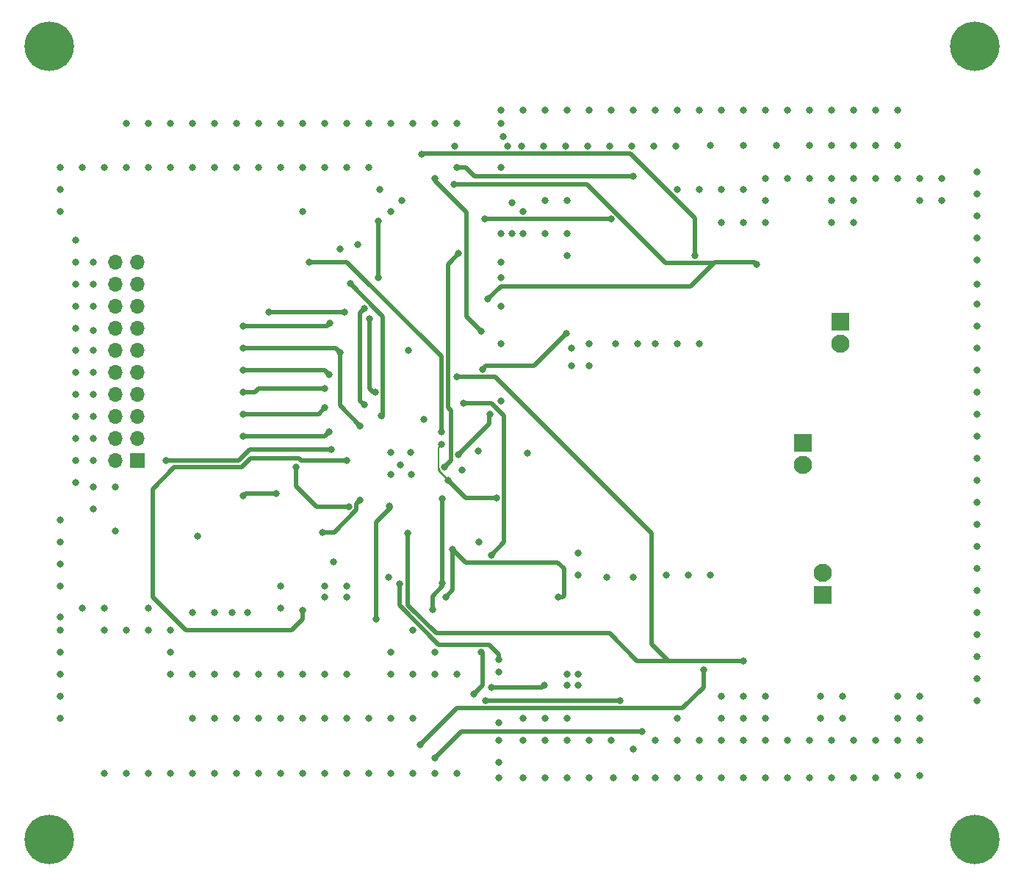
<source format=gbl>
%TF.GenerationSoftware,KiCad,Pcbnew,(5.1.6)-1*%
%TF.CreationDate,2020-10-29T17:58:23+05:30*%
%TF.ProjectId,LTC3884,4c544333-3838-4342-9e6b-696361645f70,rev?*%
%TF.SameCoordinates,Original*%
%TF.FileFunction,Copper,L4,Bot*%
%TF.FilePolarity,Positive*%
%FSLAX46Y46*%
G04 Gerber Fmt 4.6, Leading zero omitted, Abs format (unit mm)*
G04 Created by KiCad (PCBNEW (5.1.6)-1) date 2020-10-29 17:58:23*
%MOMM*%
%LPD*%
G01*
G04 APERTURE LIST*
%TA.AperFunction,ComponentPad*%
%ADD10C,5.700000*%
%TD*%
%TA.AperFunction,ComponentPad*%
%ADD11R,2.100000X2.100000*%
%TD*%
%TA.AperFunction,ComponentPad*%
%ADD12C,2.100000*%
%TD*%
%TA.AperFunction,ComponentPad*%
%ADD13R,1.700000X1.700000*%
%TD*%
%TA.AperFunction,ComponentPad*%
%ADD14O,1.700000X1.700000*%
%TD*%
%TA.AperFunction,ViaPad*%
%ADD15C,0.800000*%
%TD*%
%TA.AperFunction,Conductor*%
%ADD16C,0.500000*%
%TD*%
%TA.AperFunction,Conductor*%
%ADD17C,0.200000*%
%TD*%
%TA.AperFunction,Conductor*%
%ADD18C,0.250000*%
%TD*%
%TA.AperFunction,Conductor*%
%ADD19C,0.300000*%
%TD*%
G04 APERTURE END LIST*
D10*
%TO.P,REF\u002A\u002A,1*%
%TO.N,N/C*%
X130810000Y-158750000D03*
%TD*%
%TO.P,REF\u002A\u002A,1*%
%TO.N,N/C*%
X237490000Y-158750000D03*
%TD*%
%TO.P,REF\u002A\u002A,1*%
%TO.N,N/C*%
X130810000Y-67310000D03*
%TD*%
%TO.P,REF\u002A\u002A,1*%
%TO.N,N/C*%
X237490000Y-67310000D03*
%TD*%
D11*
%TO.P,J1,1*%
%TO.N,/VIN*%
X217678000Y-113030000D03*
D12*
%TO.P,J1,2*%
%TO.N,/PGND*%
X217678000Y-115570000D03*
%TD*%
D11*
%TO.P,J2,1*%
%TO.N,/V0*%
X221996000Y-99060000D03*
D12*
%TO.P,J2,2*%
%TO.N,/PGND*%
X221996000Y-101600000D03*
%TD*%
D13*
%TO.P,J3,1*%
%TO.N,/RUN1*%
X140970000Y-115062000D03*
D14*
%TO.P,J3,2*%
%TO.N,GND*%
X138430000Y-115062000D03*
%TO.P,J3,3*%
%TO.N,/RUN0*%
X140970000Y-112522000D03*
%TO.P,J3,4*%
%TO.N,GND*%
X138430000Y-112522000D03*
%TO.P,J3,5*%
%TO.N,/FAULT1*%
X140970000Y-109982000D03*
%TO.P,J3,6*%
%TO.N,GND*%
X138430000Y-109982000D03*
%TO.P,J3,7*%
%TO.N,/FAULT0*%
X140970000Y-107442000D03*
%TO.P,J3,8*%
%TO.N,GND*%
X138430000Y-107442000D03*
%TO.P,J3,9*%
%TO.N,/ALERT*%
X140970000Y-104902000D03*
%TO.P,J3,10*%
%TO.N,GND*%
X138430000Y-104902000D03*
%TO.P,J3,11*%
%TO.N,/SDA*%
X140970000Y-102362000D03*
%TO.P,J3,12*%
%TO.N,GND*%
X138430000Y-102362000D03*
%TO.P,J3,13*%
%TO.N,/SCL*%
X140970000Y-99822000D03*
%TO.P,J3,14*%
%TO.N,GND*%
X138430000Y-99822000D03*
%TO.P,J3,15*%
%TO.N,/SYNC*%
X140970000Y-97282000D03*
%TO.P,J3,16*%
%TO.N,GND*%
X138430000Y-97282000D03*
%TO.P,J3,17*%
%TO.N,/PGOOD0*%
X140970000Y-94742000D03*
%TO.P,J3,18*%
%TO.N,GND*%
X138430000Y-94742000D03*
%TO.P,J3,19*%
%TO.N,/PGOOD1*%
X140970000Y-92202000D03*
%TO.P,J3,20*%
%TO.N,GND*%
X138430000Y-92202000D03*
%TD*%
D12*
%TO.P,J4,2*%
%TO.N,/PGND*%
X219964000Y-128016000D03*
D11*
%TO.P,J4,1*%
%TO.N,/V1*%
X219964000Y-130556000D03*
%TD*%
D15*
%TO.N,GND*%
X170180000Y-114173000D03*
X172466000Y-114173000D03*
X172593000Y-116713000D03*
X170180000Y-116713000D03*
X171323000Y-115570000D03*
X169926000Y-128524000D03*
X177546000Y-78867000D03*
X180238400Y-113995200D03*
X135890000Y-92202000D03*
X135890000Y-94742000D03*
X135890000Y-97282000D03*
X135890000Y-100076000D03*
X135890000Y-102362000D03*
X135890000Y-104902000D03*
X135890000Y-107442000D03*
X135890000Y-109982000D03*
X135890000Y-112522000D03*
X135890000Y-115062000D03*
X153670000Y-132588000D03*
X177800000Y-76200000D03*
X175260000Y-76200000D03*
X172720000Y-76200000D03*
X170180000Y-76200000D03*
X167640000Y-76200000D03*
X165100000Y-76200000D03*
X162560000Y-76200000D03*
X160020000Y-76200000D03*
X157480000Y-76200000D03*
X154940000Y-76200000D03*
X152400000Y-76200000D03*
X149860000Y-76200000D03*
X147320000Y-76200000D03*
X142240000Y-76200000D03*
X144780000Y-76200000D03*
X139700000Y-76200000D03*
X132080000Y-81280000D03*
X133858000Y-89662000D03*
X132080000Y-86360000D03*
X133858000Y-92202000D03*
X133858000Y-94742000D03*
X133858000Y-97282000D03*
X133858000Y-99822000D03*
X133858000Y-102362000D03*
X133858000Y-104902000D03*
X133858000Y-107442000D03*
X133858000Y-109982000D03*
X133858000Y-112522000D03*
X133858000Y-115062000D03*
X133858000Y-117602000D03*
X132080000Y-121920000D03*
X132080000Y-124460000D03*
X132080000Y-127000000D03*
X132080000Y-129540000D03*
X132080000Y-133096000D03*
X132080000Y-134620000D03*
X132080000Y-137160000D03*
X132080000Y-139700000D03*
X132080000Y-142240000D03*
X132080000Y-144780000D03*
X137160000Y-151130000D03*
X139700000Y-151130000D03*
X142240000Y-151130000D03*
X144780000Y-151130000D03*
X147320000Y-151130000D03*
X149860000Y-151130000D03*
X152400000Y-151130000D03*
X154940000Y-151130000D03*
X157480000Y-151130000D03*
X160020000Y-151130000D03*
X162560000Y-151130000D03*
X165100000Y-151130000D03*
X167640000Y-151130000D03*
X170180000Y-151130000D03*
X172720000Y-151130000D03*
X175260000Y-151130000D03*
X177800000Y-151130000D03*
X147955000Y-123825000D03*
X163576000Y-126746000D03*
X135890000Y-118110000D03*
X135890000Y-120650000D03*
X138430000Y-123190000D03*
X138430000Y-118110000D03*
X137160000Y-132080000D03*
X134620000Y-132080000D03*
X137160000Y-134620000D03*
X139700000Y-134620000D03*
X142240000Y-132080000D03*
X142240000Y-134620000D03*
X144780000Y-139700000D03*
X144780000Y-137160000D03*
X144780000Y-134620000D03*
X147320000Y-139700000D03*
X147320000Y-144780000D03*
X149860000Y-144780000D03*
X152400000Y-144780000D03*
X154940000Y-144780000D03*
X157480000Y-144780000D03*
X160020000Y-144780000D03*
X162560000Y-144780000D03*
X165100000Y-144780000D03*
X167640000Y-144780000D03*
X170180000Y-144780000D03*
X172720000Y-144780000D03*
X175260000Y-139700000D03*
X175260000Y-137160000D03*
X177800000Y-139700000D03*
X172720000Y-139700000D03*
X172720000Y-134620000D03*
X170180000Y-137160000D03*
X170180000Y-139700000D03*
X165100000Y-139700000D03*
X162560000Y-139700000D03*
X160020000Y-139700000D03*
X149860000Y-139700000D03*
X152400000Y-139700000D03*
X154940000Y-139700000D03*
X157480000Y-139700000D03*
X175260000Y-149352000D03*
X134620000Y-81280000D03*
X137160000Y-81280000D03*
X142240000Y-81280000D03*
X139700000Y-81280000D03*
X144780000Y-81280000D03*
X147320000Y-81280000D03*
X149860000Y-81280000D03*
X152400000Y-81280000D03*
X154940000Y-81280000D03*
X157480000Y-81280000D03*
X162560000Y-81280000D03*
X160020000Y-81280000D03*
X165100000Y-81280000D03*
X167640000Y-81280000D03*
X170180000Y-86360000D03*
X160020000Y-86360000D03*
X164338000Y-90678000D03*
X177800000Y-81280000D03*
X168910000Y-83820000D03*
X171450000Y-85090000D03*
X166370000Y-90170000D03*
X162560000Y-129540000D03*
X165100000Y-130810000D03*
X165100000Y-129540000D03*
X162560000Y-130810000D03*
X157480000Y-132080000D03*
X157480000Y-129540000D03*
X151892000Y-132588000D03*
X149860000Y-132588000D03*
X147320000Y-132588000D03*
X172212000Y-102425500D03*
X132080000Y-83820000D03*
X199136000Y-146304000D03*
X198120000Y-82296000D03*
X180340000Y-124460000D03*
%TO.N,Net-(C3-Pad1)*%
X181000000Y-87250000D03*
X167120458Y-97547542D03*
X167116418Y-108695428D03*
X195580000Y-87249000D03*
%TO.N,/V0*%
X177500000Y-83250000D03*
X181356000Y-96500000D03*
X212344000Y-92456000D03*
%TO.N,Net-(C5-Pad1)*%
X168750000Y-87500000D03*
X168750000Y-94000000D03*
X167750000Y-98750000D03*
X168402000Y-107188000D03*
%TO.N,/V1*%
X172121600Y-123500000D03*
X177800000Y-105410000D03*
X210820000Y-138176000D03*
%TO.N,/SW0*%
X190449200Y-100482400D03*
X180760000Y-104560000D03*
%TO.N,/VD25*%
X166624000Y-119697500D03*
X162331000Y-123356000D03*
%TO.N,/VD33*%
X165354000Y-120396000D03*
X159258000Y-115824000D03*
%TO.N,Net-(C10-Pad1)*%
X168500000Y-133350000D03*
X170019820Y-120362820D03*
%TO.N,/SW1*%
X181750000Y-126000000D03*
X179750000Y-142000000D03*
X180594000Y-137160000D03*
X178562000Y-108458000D03*
%TO.N,/VIN*%
X176060000Y-113240000D03*
X176784000Y-117348000D03*
X182375001Y-119380000D03*
%TO.N,/TG1*%
X189484000Y-130810000D03*
X176530000Y-130810000D03*
X177310000Y-125320000D03*
%TO.N,/BG1*%
X176108140Y-119500000D03*
X175000000Y-132250000D03*
X187909200Y-140970000D03*
X181750000Y-141250000D03*
X176123600Y-129260600D03*
%TO.N,/Vout1*%
X156972000Y-118872000D03*
X153162000Y-119126000D03*
%TO.N,/ASEL0*%
X165100000Y-115062000D03*
X160020000Y-132334000D03*
%TO.N,/PGOOD0*%
X176000000Y-111750000D03*
X160782000Y-92202000D03*
%TO.N,/SYNC*%
X164899310Y-97990690D03*
X156156690Y-97990690D03*
%TO.N,/SCL*%
X163132000Y-99250000D03*
X153162000Y-99568000D03*
%TO.N,/SDA*%
X166666417Y-111083583D03*
X164338000Y-102616000D03*
X153162000Y-102108000D03*
%TO.N,/ALERT*%
X163068000Y-105156000D03*
X153162000Y-104648000D03*
%TO.N,/FAULT0*%
X162560000Y-106807000D03*
X153162000Y-107188000D03*
%TO.N,/FAULT1*%
X162594000Y-109000000D03*
X153162000Y-109728000D03*
%TO.N,/RUN0*%
X163078000Y-111750000D03*
X153162000Y-112268000D03*
%TO.N,/RUN1*%
X163322000Y-113792000D03*
X144272000Y-115062000D03*
%TO.N,/PGND*%
X174015400Y-110388400D03*
X182880000Y-108204000D03*
X178435000Y-116205000D03*
X171196000Y-129286000D03*
X183642000Y-78867000D03*
X193040000Y-147320000D03*
X195580000Y-147320000D03*
X198120000Y-148336000D03*
X200660000Y-147320000D03*
X190500000Y-147320000D03*
X187960000Y-147320000D03*
X185420000Y-147320000D03*
X185420000Y-144780000D03*
X187960000Y-144780000D03*
X190500000Y-144780000D03*
X203073000Y-78867000D03*
X187833000Y-78867000D03*
X190373000Y-78867000D03*
X192913000Y-78867000D03*
X195453000Y-78867000D03*
X197993000Y-78867000D03*
X200533000Y-78867000D03*
X191008000Y-104140000D03*
X220980000Y-147320000D03*
X218440000Y-147320000D03*
X223520000Y-78740000D03*
X220980000Y-78740000D03*
X218440000Y-78740000D03*
X207010000Y-78740000D03*
X210820000Y-78740000D03*
X214630000Y-78740000D03*
X190500000Y-85090000D03*
X187960000Y-85090000D03*
X187960000Y-88900000D03*
X190500000Y-88900000D03*
X190500000Y-91440000D03*
X191770000Y-125730000D03*
X191770000Y-128270000D03*
X198120000Y-128524000D03*
X195072000Y-128524000D03*
X201930000Y-128270000D03*
X207010000Y-128270000D03*
X204470000Y-128270000D03*
X198628000Y-101600000D03*
X205740000Y-101600000D03*
X203200000Y-101600000D03*
X200660000Y-101600000D03*
X196088000Y-101600000D03*
X193040000Y-101600000D03*
X191008000Y-102108000D03*
X193040000Y-104140000D03*
X203200000Y-147320000D03*
X185420000Y-88900000D03*
X185420000Y-86360000D03*
X185293000Y-78867000D03*
X182880000Y-76200000D03*
X182880000Y-81280000D03*
X182880000Y-88900000D03*
X182880000Y-93980000D03*
X182880000Y-74676000D03*
X185420000Y-74676000D03*
X187960000Y-74676000D03*
X190500000Y-74676000D03*
X195580000Y-74676000D03*
X193040000Y-74676000D03*
X198120000Y-74676000D03*
X200660000Y-74676000D03*
X203200000Y-74676000D03*
X205740000Y-74676000D03*
X208280000Y-74676000D03*
X210820000Y-74676000D03*
X213360000Y-74676000D03*
X215900000Y-74676000D03*
X218440000Y-74676000D03*
X220980000Y-74676000D03*
X223520000Y-74676000D03*
X226060000Y-74676000D03*
X237744000Y-81788000D03*
X237744000Y-84328000D03*
X237744000Y-86868000D03*
X237744000Y-89408000D03*
X237744000Y-91948000D03*
X237744000Y-94742000D03*
X237744000Y-97028000D03*
X237744000Y-99568000D03*
X237744000Y-102108000D03*
X237744000Y-104648000D03*
X237744000Y-107188000D03*
X237744000Y-109728000D03*
X237744000Y-112268000D03*
X237744000Y-114808000D03*
X237744000Y-117348000D03*
X237744000Y-119888000D03*
X237744000Y-122428000D03*
X237744000Y-124968000D03*
X237744000Y-127508000D03*
X237744000Y-130048000D03*
X237744000Y-132588000D03*
X237744000Y-135128000D03*
X237744000Y-137668000D03*
X237744000Y-140208000D03*
X237744000Y-142748000D03*
X226060000Y-151638000D03*
X223520000Y-151638000D03*
X220980000Y-151638000D03*
X218440000Y-151638000D03*
X215900000Y-151638000D03*
X213360000Y-151638000D03*
X210820000Y-151638000D03*
X208280000Y-151638000D03*
X205740000Y-151638000D03*
X203200000Y-151638000D03*
X200660000Y-151638000D03*
X198374000Y-151638000D03*
X195834000Y-151638000D03*
X193040000Y-151638000D03*
X190500000Y-151638000D03*
X187960000Y-151638000D03*
X185420000Y-151638000D03*
X182626000Y-151638000D03*
X182626000Y-149860000D03*
X182626000Y-147320000D03*
X182626000Y-145288000D03*
X182626000Y-139446000D03*
X182626000Y-138074400D03*
X183134000Y-77724000D03*
X184150000Y-85344000D03*
X184150000Y-88900000D03*
X182880000Y-92202000D03*
X182880000Y-97282000D03*
X182880000Y-101600000D03*
X203200000Y-83820000D03*
X205740000Y-83820000D03*
X205740000Y-147320000D03*
X208280000Y-147320000D03*
X210820000Y-147320000D03*
X213360000Y-147320000D03*
X215900000Y-147320000D03*
X208280000Y-144780000D03*
X203200000Y-144780000D03*
X208280000Y-83820000D03*
X210820000Y-83820000D03*
X191770000Y-139700000D03*
X190500000Y-139700000D03*
X190500000Y-140970000D03*
X191770000Y-140970000D03*
X226060000Y-78740000D03*
X228600000Y-74676000D03*
X228600000Y-78740000D03*
X223520000Y-147320000D03*
X226060000Y-147320000D03*
X228600000Y-147320000D03*
X231140000Y-147320000D03*
X228600000Y-151384000D03*
X231140000Y-151384000D03*
X185966817Y-114246779D03*
X210820000Y-87630000D03*
X208280000Y-87630000D03*
X213360000Y-87630000D03*
X213360000Y-85090000D03*
X213360000Y-82550000D03*
X215900000Y-82550000D03*
X218440000Y-82550000D03*
X220980000Y-82550000D03*
X220980000Y-85090000D03*
X220980000Y-87630000D03*
X223520000Y-87630000D03*
X223520000Y-85090000D03*
X223520000Y-82550000D03*
X226060000Y-82550000D03*
X228600000Y-82550000D03*
X231140000Y-82550000D03*
X233680000Y-82550000D03*
X233680000Y-85090000D03*
X231140000Y-85090000D03*
X213360000Y-144780000D03*
X213360000Y-142240000D03*
X210820000Y-142240000D03*
X208280000Y-142240000D03*
X210820000Y-144780000D03*
X219710000Y-144780000D03*
X219710000Y-142240000D03*
X222250000Y-142240000D03*
X222250000Y-144780000D03*
X228600000Y-144780000D03*
X228600000Y-142240000D03*
X231140000Y-142240000D03*
X231140000Y-144780000D03*
%TO.N,Net-(C1-Pad1)*%
X165500000Y-94725000D03*
X169113200Y-109956600D03*
X181102000Y-142748000D03*
X196596000Y-142798800D03*
%TO.N,/TG0*%
X177965100Y-114452400D03*
X181610000Y-109728000D03*
X175260000Y-82550000D03*
X180594000Y-100203000D03*
%TO.N,/BG0*%
X178000000Y-91250000D03*
X176403000Y-115821480D03*
%TO.N,Net-(L1-Pad2)*%
X173736000Y-79756000D03*
X205232000Y-91440000D03*
%TO.N,Net-(L2-Pad2)*%
X173609000Y-147828000D03*
X206248000Y-139192000D03*
%TD*%
D16*
%TO.N,GND*%
X198120000Y-82296000D02*
X179832000Y-82296000D01*
X178816000Y-81280000D02*
X177800000Y-81280000D01*
X179832000Y-82296000D02*
X178816000Y-81280000D01*
X175260000Y-149352000D02*
X178308000Y-146304000D01*
X178308000Y-146304000D02*
X178816000Y-146304000D01*
X199136000Y-146304000D02*
X178816000Y-146304000D01*
X178816000Y-146304000D02*
X178562000Y-146304000D01*
%TO.N,Net-(C3-Pad1)*%
X167116418Y-108695428D02*
X166624000Y-108203010D01*
X166624000Y-98044000D02*
X167120458Y-97547542D01*
X166624000Y-108203010D02*
X166624000Y-98044000D01*
X181000000Y-87250000D02*
X189610000Y-87250000D01*
X189611000Y-87249000D02*
X189610000Y-87250000D01*
X193040000Y-87249000D02*
X189611000Y-87249000D01*
X193040000Y-87249000D02*
X195580000Y-87249000D01*
%TO.N,/V0*%
X181356000Y-96500000D02*
X182860000Y-94996000D01*
X182860000Y-94996000D02*
X183122002Y-94996000D01*
X183122002Y-94996000D02*
X204724000Y-94996000D01*
X192839002Y-83250000D02*
X201879003Y-92290001D01*
X201879003Y-92290001D02*
X207429999Y-92290001D01*
X177500000Y-83250000D02*
X192839002Y-83250000D01*
X204724000Y-94996000D02*
X207518000Y-92202000D01*
X207518000Y-92202000D02*
X212090000Y-92202000D01*
X212090000Y-92202000D02*
X212344000Y-92456000D01*
%TO.N,Net-(C5-Pad1)*%
X168750000Y-87500000D02*
X168750000Y-94000000D01*
X167750000Y-106282000D02*
X167750000Y-106618749D01*
X167750000Y-106790000D02*
X167750000Y-105266000D01*
X167750000Y-98750000D02*
X167750000Y-105266000D01*
X167750000Y-105266000D02*
X167750000Y-106282000D01*
X168148000Y-107188000D02*
X167750000Y-106790000D01*
X168402000Y-107188000D02*
X168148000Y-107188000D01*
%TO.N,/V1*%
X200250000Y-123463001D02*
X200250000Y-123463001D01*
X200250000Y-123463001D02*
X199937499Y-123150501D01*
X175410999Y-135024999D02*
X172121600Y-131735600D01*
X172121600Y-131735600D02*
X172121600Y-130138400D01*
X172121600Y-123500000D02*
X172121600Y-130138400D01*
X172121600Y-130138400D02*
X172121600Y-130444602D01*
X182196998Y-105410000D02*
X183554499Y-106767501D01*
X177800000Y-105410000D02*
X182196998Y-105410000D01*
X199937499Y-123150501D02*
X183554499Y-106767501D01*
X183554499Y-106767501D02*
X183173499Y-106386501D01*
X195426199Y-135024999D02*
X175410999Y-135024999D01*
X198577200Y-138176000D02*
X195426199Y-135024999D01*
X199937499Y-123150501D02*
X200250000Y-123463002D01*
X200250000Y-136242000D02*
X202184000Y-138176000D01*
X200250000Y-123463002D02*
X200250000Y-136242000D01*
X207772000Y-138176000D02*
X202184000Y-138176000D01*
X202184000Y-138176000D02*
X198577200Y-138176000D01*
X207772000Y-138176000D02*
X210820000Y-138176000D01*
%TO.N,/SW0*%
X180760000Y-104560000D02*
X181129200Y-104190800D01*
X186740800Y-104190800D02*
X190449200Y-100482400D01*
X181129200Y-104190800D02*
X186740800Y-104190800D01*
%TO.N,/VD25*%
X166624000Y-119697500D02*
X166204001Y-120117499D01*
X163652002Y-123356000D02*
X162331000Y-123356000D01*
X166204001Y-120804001D02*
X163652002Y-123356000D01*
X166204001Y-120117499D02*
X166204001Y-120804001D01*
%TO.N,/VD33*%
X165354000Y-120396000D02*
X163830000Y-120396000D01*
X159258000Y-115824000D02*
X159258000Y-118021100D01*
X161632900Y-120396000D02*
X163830000Y-120396000D01*
X159258000Y-118021100D02*
X161632900Y-120396000D01*
%TO.N,Net-(C10-Pad1)*%
X170180000Y-120523000D02*
X170019820Y-120362820D01*
X168500000Y-133350000D02*
X168500000Y-122203000D01*
X168500000Y-122203000D02*
X170180000Y-120523000D01*
%TO.N,/SW1*%
X180750000Y-141000000D02*
X179750000Y-142000000D01*
X183225001Y-124524999D02*
X181750000Y-126000000D01*
X183225001Y-109901999D02*
X183225001Y-124524999D01*
X180750000Y-141000000D02*
X180750000Y-137316000D01*
X180750000Y-137316000D02*
X180594000Y-137160000D01*
X178562000Y-108458000D02*
X181781002Y-108458000D01*
X181781002Y-108458000D02*
X182965501Y-109642499D01*
X182711501Y-109388499D02*
X182965501Y-109642499D01*
X182965501Y-109642499D02*
X183225001Y-109901999D01*
D17*
%TO.N,/VIN*%
X176060000Y-113240000D02*
X175660001Y-113639999D01*
D18*
X176784000Y-117348000D02*
X175660001Y-116224001D01*
D17*
X175660001Y-113639999D02*
X175660001Y-115931999D01*
D18*
X175660001Y-116224001D02*
X175660001Y-115931999D01*
D17*
X175660001Y-115931999D02*
X175660001Y-116114483D01*
D16*
X178816000Y-119380000D02*
X182375001Y-119380000D01*
X176784000Y-117348000D02*
X178816000Y-119380000D01*
%TO.N,/TG1*%
X178840001Y-126850001D02*
X189440001Y-126850001D01*
X177310000Y-125320000D02*
X178840001Y-126850001D01*
X189440001Y-126850001D02*
X190160000Y-127570000D01*
X190160000Y-127570000D02*
X190160000Y-130640000D01*
X189990000Y-130810000D02*
X189484000Y-130810000D01*
X190160000Y-130640000D02*
X189990000Y-130810000D01*
X177310000Y-130030000D02*
X176530000Y-130810000D01*
X177310000Y-125320000D02*
X177310000Y-130030000D01*
%TO.N,/BG1*%
X176110000Y-128750000D02*
X176110000Y-129610000D01*
X175000000Y-130720000D02*
X175000000Y-132250000D01*
X176110000Y-129610000D02*
X175000000Y-130720000D01*
X176108140Y-125260138D02*
X176108140Y-123498140D01*
X176110000Y-128750000D02*
X176110000Y-125261998D01*
X176108140Y-124068858D02*
X176108140Y-123498140D01*
X176110000Y-125261998D02*
X176108140Y-125260138D01*
X176108140Y-123498140D02*
X176108140Y-119500000D01*
X187629200Y-141250000D02*
X187909200Y-140970000D01*
X181750000Y-141250000D02*
X187629200Y-141250000D01*
%TO.N,/Vout1*%
X156972000Y-118872000D02*
X153416000Y-118872000D01*
X153416000Y-118872000D02*
X153162000Y-119126000D01*
%TO.N,/ASEL0*%
X160020000Y-133350000D02*
X160020000Y-132334000D01*
X158750000Y-134620000D02*
X160020000Y-133350000D01*
X142748000Y-118364000D02*
X142748000Y-130810000D01*
X145249990Y-115862010D02*
X142748000Y-118364000D01*
X146558000Y-134620000D02*
X158750000Y-134620000D01*
X142748000Y-130810000D02*
X146558000Y-134620000D01*
X152985374Y-115862010D02*
X145249990Y-115862010D01*
X159902002Y-115062000D02*
X159648002Y-114808000D01*
X159648002Y-114808000D02*
X154039384Y-114808000D01*
X165100000Y-115062000D02*
X159902002Y-115062000D01*
X154039384Y-114808000D02*
X152985374Y-115862010D01*
D18*
%TO.N,/PGOOD0*%
X176000000Y-111750000D02*
X176000000Y-112000000D01*
D17*
X176000000Y-104151998D02*
X176010002Y-104151998D01*
D16*
X176000000Y-111750000D02*
X176000000Y-105178000D01*
X176000000Y-103102000D02*
X176000000Y-105178000D01*
X176000000Y-105178000D02*
X176000000Y-104151998D01*
X165100000Y-92202000D02*
X176000000Y-103102000D01*
X160782000Y-92202000D02*
X165100000Y-92202000D01*
%TO.N,/SYNC*%
X164899310Y-97990690D02*
X156156690Y-97990690D01*
D18*
X156156690Y-97990690D02*
X156009310Y-97990690D01*
D16*
%TO.N,/SCL*%
X162814000Y-99568000D02*
X163132000Y-99250000D01*
X153162000Y-99568000D02*
X162814000Y-99568000D01*
D18*
%TO.N,/SDA*%
X164536000Y-102536000D02*
X164418000Y-102536000D01*
X164418000Y-102536000D02*
X164338000Y-102616000D01*
D16*
X163830000Y-102108000D02*
X164338000Y-102616000D01*
X153162000Y-102108000D02*
X163830000Y-102108000D01*
X164338000Y-108755166D02*
X164338000Y-102616000D01*
X166666417Y-111083583D02*
X164338000Y-108755166D01*
%TO.N,/ALERT*%
X162560000Y-104648000D02*
X162052000Y-104648000D01*
X163068000Y-105156000D02*
X162560000Y-104648000D01*
X153162000Y-104648000D02*
X162052000Y-104648000D01*
%TO.N,/FAULT0*%
X153162000Y-107188000D02*
X154559000Y-107188000D01*
X154940000Y-106807000D02*
X162560000Y-106807000D01*
X154559000Y-107188000D02*
X154940000Y-106807000D01*
%TO.N,/FAULT1*%
X161866000Y-109728000D02*
X161544000Y-109728000D01*
X162594000Y-109000000D02*
X161866000Y-109728000D01*
X153162000Y-109728000D02*
X161544000Y-109728000D01*
%TO.N,/RUN0*%
X162560000Y-112268000D02*
X162052000Y-112268000D01*
X163078000Y-111750000D02*
X162560000Y-112268000D01*
X153162000Y-112268000D02*
X162052000Y-112268000D01*
%TO.N,/RUN1*%
X152654000Y-115062000D02*
X153924000Y-113792000D01*
X144272000Y-115062000D02*
X152654000Y-115062000D01*
X153924000Y-113792000D02*
X163322000Y-113792000D01*
%TO.N,/PGND*%
X171196000Y-131799963D02*
X175706036Y-136309999D01*
X181521999Y-136309999D02*
X182626000Y-137414000D01*
X175706036Y-136309999D02*
X181521999Y-136309999D01*
X171196000Y-129286000D02*
X171196000Y-131799963D01*
X182626000Y-138074400D02*
X182626000Y-137414000D01*
D17*
%TO.N,Net-(C1-Pad1)*%
X165725000Y-94725000D02*
X165500000Y-94725000D01*
D16*
X168737499Y-97962501D02*
X169044251Y-98269253D01*
X169252001Y-98477003D02*
X168559699Y-97784701D01*
X169150000Y-110110000D02*
X169252001Y-110007999D01*
X165500000Y-94725000D02*
X168559699Y-97784701D01*
X168559699Y-97784701D02*
X168737499Y-97962501D01*
X169252001Y-109817799D02*
X169252001Y-98477003D01*
X169113200Y-109956600D02*
X169252001Y-109817799D01*
X192532000Y-142748000D02*
X192582800Y-142798800D01*
X181102000Y-142748000D02*
X192532000Y-142748000D01*
X196545200Y-142748000D02*
X196596000Y-142798800D01*
X192532000Y-142748000D02*
X196545200Y-142748000D01*
%TO.N,/TG0*%
X175260000Y-82804000D02*
X175260000Y-82550000D01*
X178899999Y-86443999D02*
X175260000Y-82804000D01*
X178899999Y-97365999D02*
X178899999Y-86443999D01*
X177965100Y-114452400D02*
X181533800Y-110883700D01*
X181533800Y-109804200D02*
X181610000Y-109728000D01*
X181533800Y-110883700D02*
X181533800Y-109804200D01*
X178899999Y-97365999D02*
X178899999Y-98508999D01*
X178899999Y-98508999D02*
X180594000Y-100203000D01*
D19*
%TO.N,/BG0*%
X176403000Y-115821480D02*
X176403000Y-115824000D01*
D16*
X178000000Y-91250000D02*
X177043000Y-92207000D01*
X177043000Y-92207000D02*
X176774999Y-92475001D01*
X176774998Y-92475002D02*
X177043000Y-92207000D01*
X176774998Y-108956998D02*
X176774998Y-92475002D01*
X176403000Y-115821480D02*
X176403000Y-115951000D01*
X176403000Y-115821480D02*
X177115099Y-115109381D01*
X177115099Y-109297099D02*
X176774998Y-108956998D01*
X177115099Y-115109381D02*
X177115099Y-109297099D01*
%TO.N,Net-(L1-Pad2)*%
X173774999Y-79717001D02*
X173736000Y-79756000D01*
X202399001Y-84300999D02*
X197815003Y-79717001D01*
X197815003Y-79717001D02*
X173774999Y-79717001D01*
X202399001Y-84300999D02*
X205232000Y-87133998D01*
X205232000Y-87133998D02*
X205232000Y-91440000D01*
%TO.N,Net-(L2-Pad2)*%
X206248000Y-141224000D02*
X206248000Y-139192000D01*
X203823199Y-143648801D02*
X206248000Y-141224000D01*
X173609000Y-147828000D02*
X177788199Y-143648801D01*
X177788199Y-143648801D02*
X203823199Y-143648801D01*
%TD*%
M02*

</source>
